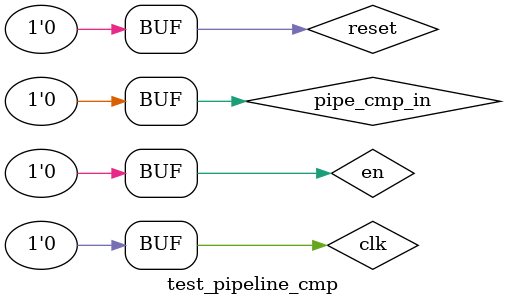
<source format=v>
`timescale 1ns / 1ps


module test_pipeline_cmp;

	// Inputs
	reg pipe_cmp_in;
	reg clk;
	reg reset;
	reg en;

	// Outputs
	wire pipe_cmp_out;

	// Instantiate the Unit Under Test (UUT)
	pipeline_cmp uut (
		.pipe_cmp_in(pipe_cmp_in), 
		.clk(clk), 
		.reset(reset), 
		.en(en), 
		.pipe_cmp_out(pipe_cmp_out)
	);

	initial begin
		// Initialize Inputs
		pipe_cmp_in = 0;
		clk = 0;
		reset = 0;
		en = 0;

		// Wait 100 ns for global reset to finish
		#100;
        
		// Add stimulus here

	end
      
endmodule


</source>
